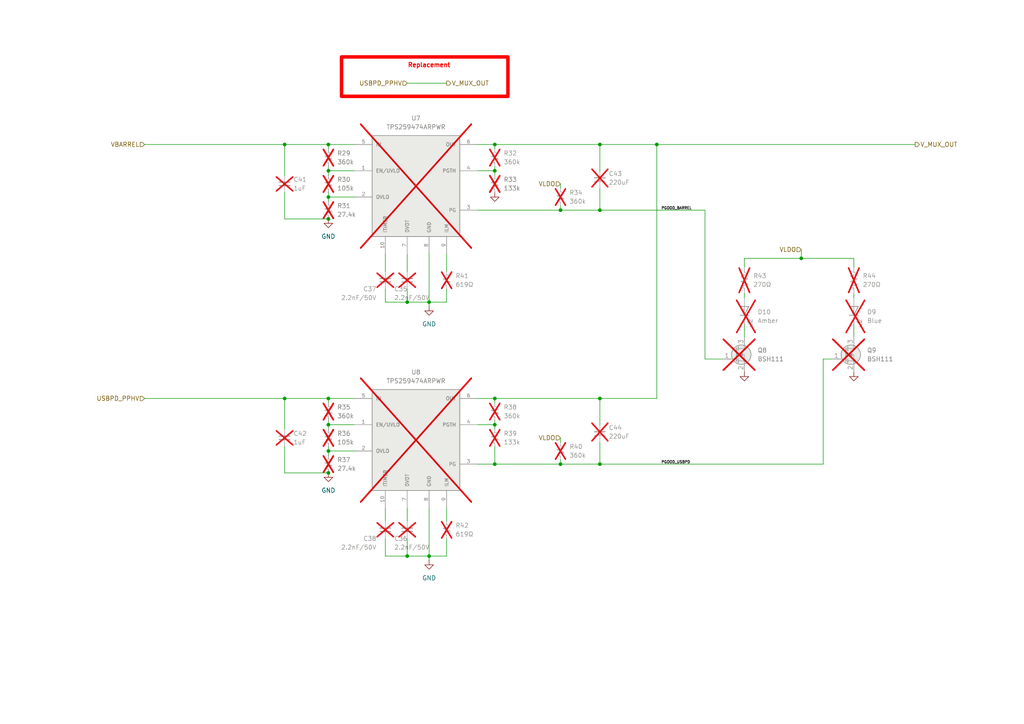
<source format=kicad_sch>
(kicad_sch (version 20231120) (generator "eeschema") (generator_version "8.0")
  (paper "A4")
  (lib_symbols
    (symbol "Device:C_Polarized_Small_US" (pin_numbers hide) (pin_names (offset 0.254) hide)
      (property "Reference" "C" (at 0.254 1.778 0))
      (property "Value" "C_Polarized_Small_US" (at 0.254 -2.032 0))
      (symbol "C_Polarized_Small_US_0_1"
        (polyline (pts (xy -1.524 0.508) (xy 1.524 0.508)) (stroke (width 0.3048)))
        (polyline (pts (xy -1.27 1.524) (xy -0.762 1.524)))
        (polyline (pts (xy -1.016 1.27) (xy -1.016 1.778)))
        (arc (start 1.524 -0.762) (mid 0 -0.3734) (end -1.524 -0.762) (stroke (width 0.3048)))
      )
      (symbol "C_Polarized_Small_US_1_1"
        (pin passive line (at 0 2.54 270) (length 2.032) (name "~") (number "1"))
        (pin passive line (at 0 -2.54 90) (length 2.032) (name "~") (number "2"))
      )
    )
    (symbol "Device:C_Small" (pin_numbers hide) (pin_names (offset 0.254) hide)
      (property "Reference" "C" (at 0.254 1.778 0))
      (property "Value" "C_Small" (at 0.254 -2.032 0))
      (symbol "C_Small_0_1"
        (polyline (pts (xy -1.524 -0.508) (xy 1.524 -0.508)) (stroke (width 0.3302)))
        (polyline (pts (xy -1.524 0.508) (xy 1.524 0.508)) (stroke (width 0.3048)))
      )
      (symbol "C_Small_1_1"
        (pin passive line (at 0 2.54 270) (length 2.032) (name "~") (number "1"))
        (pin passive line (at 0 -2.54 90) (length 2.032) (name "~") (number "2"))
      )
    )
    (symbol "Device:LED" (pin_numbers hide) (pin_names (offset 1.016) hide)
      (property "Reference" "D" (at 0 2.54 0))
      (property "Value" "LED" (at 0 -2.54 0))
      (symbol "LED_0_1"
        (polyline (pts (xy -1.27 -1.27) (xy -1.27 1.27)) (stroke (width 0.254)))
        (polyline (pts (xy -1.27 0) (xy 1.27 0)))
        (polyline (pts (xy 1.27 -1.27) (xy 1.27 1.27) (xy -1.27 0) (xy 1.27 -1.27)) (stroke (width 0.254)))
        (polyline (pts (xy -3.048 -0.762) (xy -4.572 -2.286) (xy -3.81 -2.286) (xy -4.572 -2.286) (xy -4.572 -1.524)))
        (polyline (pts (xy -1.778 -0.762) (xy -3.302 -2.286) (xy -2.54 -2.286) (xy -3.302 -2.286) (xy -3.302 -1.524)))
      )
      (symbol "LED_1_1"
        (pin passive line (at -3.81 0 0) (length 2.54) (name "K") (number "1"))
        (pin passive line (at 3.81 0 180) (length 2.54) (name "A") (number "2"))
      )
    )
    (symbol "Device:R_Small_US" (pin_numbers hide) (pin_names (offset 0.254) hide)
      (property "Reference" "R" (at 0.762 0.508 0))
      (property "Value" "R_Small_US" (at 0.762 -1.016 0))
      (symbol "R_Small_US_1_1"
        (polyline (pts (xy 0 0) (xy 1.016 -0.381) (xy 0 -0.762) (xy -1.016 -1.143) (xy 0 -1.524)))
        (polyline (pts (xy 0 1.524) (xy 1.016 1.143) (xy 0 0.762) (xy -1.016 0.381) (xy 0 0)))
        (pin passive line (at 0 2.54 270) (length 1.016) (name "~") (number "1"))
        (pin passive line (at 0 -2.54 90) (length 1.016) (name "~") (number "2"))
      )
    )
    (symbol "Device:R_US" (pin_numbers hide) (pin_names (offset 0))
      (property "Reference" "R" (at 2.54 0 90))
      (property "Value" "R_US" (at -2.54 0 90))
      (symbol "R_US_0_1"
        (polyline (pts (xy 0 -2.286) (xy 0 -2.54)))
        (polyline (pts (xy 0 2.286) (xy 0 2.54)))
        (polyline (pts (xy 0 -0.762) (xy 1.016 -1.143) (xy 0 -1.524) (xy -1.016 -1.905) (xy 0 -2.286)))
        (polyline (pts (xy 0 0.762) (xy 1.016 0.381) (xy 0 0) (xy -1.016 -0.381) (xy 0 -0.762)))
        (polyline (pts (xy 0 2.286) (xy 1.016 1.905) (xy 0 1.524) (xy -1.016 1.143) (xy 0 0.762)))
      )
      (symbol "R_US_1_1"
        (pin passive line (at 0 3.81 270) (length 1.27) (name "~") (number "1"))
        (pin passive line (at 0 -3.81 90) (length 1.27) (name "~") (number "2"))
      )
    )
    (symbol "PCM_Transistor_MOSFET_AKL:BSH111" (pin_names hide)
      (property "Reference" "Q" (at 5.08 1.27 0))
      (property "Value" "BSH111" (at 5.08 -1.27 0))
      (symbol "BSH111_0_1"
        (polyline (pts (xy 0.254 -1.27) (xy -2.54 -1.27)))
        (polyline (pts (xy 0.254 1.905) (xy 0.254 -1.905)) (stroke (width 0.254)))
        (polyline (pts (xy 0.762 -1.778) (xy 2.54 -1.778)))
        (polyline (pts (xy 0.762 -1.27) (xy 0.762 -2.286)) (stroke (width 0.254)))
        (polyline (pts (xy 0.762 0.508) (xy 0.762 -0.508)) (stroke (width 0.254)))
        (polyline (pts (xy 0.762 2.286) (xy 0.762 1.27)) (stroke (width 0.254)))
        (polyline (pts (xy 2.54 1.778) (xy 0.762 1.778)))
        (polyline (pts (xy 2.54 2.54) (xy 2.54 1.778)))
        (polyline (pts (xy 2.54 -2.54) (xy 2.54 0) (xy 0.762 0)))
        (polyline (pts (xy 1.016 0) (xy 2.032 0.381) (xy 2.032 -0.381) (xy 1.016 0)) (fill (type outline)))
        (circle (center 1.651 0) (radius 2.794) (stroke (width 0.254)) (fill (type background)))
        (circle (center 2.54 -1.778) (radius 0.1778) (fill (type outline)))
      )
      (symbol "BSH111_1_1"
        (pin input line (at -3.81 -1.27 0) (length 2.54) (name "G") (number "1"))
        (pin passive line (at 2.54 -5.08 90) (length 2.54) (name "S") (number "2"))
        (pin passive line (at 2.54 5.08 270) (length 2.54) (name "D") (number "3"))
      )
    )
    (symbol "TPS259474ARPWR:TPS259474ARPWR" (pin_names (offset 1.016))
      (property "Reference" "U" (at -1.016 17.78 0))
      (property "Value" "TPS259474ARPWR" (at -8.128 16.764 0))
      (symbol "TPS259474ARPWR_0_0"
        (rectangle (start -12.7 11.43) (end 12.7 -17.78) (stroke (width 0.254)) (fill (type background)))
        (pin input line (at -17.78 1.27 0) (length 5.08) (name "EN/UVLO") (number "1"))
        (pin output line (at -8.89 -22.86 90) (length 5.08) (name "ITIMER") (number "10"))
        (pin input line (at -17.78 -6.35 0) (length 5.08) (name "OVLO") (number "2"))
        (pin output line (at 17.78 -10.16 180) (length 5.08) (name "PG") (number "3"))
        (pin input line (at 17.78 1.27 180) (length 5.08) (name "PGTH") (number "4"))
        (pin output line (at -2.54 -22.86 90) (length 5.08) (name "DVDT") (number "7"))
        (pin power_in line (at 3.81 -22.86 90) (length 5.08) (name "GND") (number "8"))
        (pin output line (at 8.89 -22.86 90) (length 5.08) (name "ILM") (number "9"))
      )
      (symbol "TPS259474ARPWR_1_0"
        (pin power_in line (at -17.78 8.89 0) (length 5.08) (name "IN") (number "5"))
        (pin power_out line (at 17.78 8.89 180) (length 5.08) (name "OUT") (number "6"))
      )
    )
    (symbol "power:GND" (power) (pin_numbers hide) (pin_names (offset 0) hide)
      (property "Value" "GND" (at 0 -3.81 0))
      (symbol "GND_0_1"
        (polyline (pts (xy 0 0) (xy 0 -1.27) (xy 1.27 -1.27) (xy 0 -2.54) (xy -1.27 -1.27) (xy 0 -1.27)))
      )
      (symbol "GND_1_1"
        (pin power_in line (at 0 0 270) (length 0) (name "~") (number "1"))
      )
    )
  )
  (junction (at 95.25 137.16))
  (junction (at 162.56 134.62))
  (junction (at 95.25 130.81))
  (junction (at 82.55 115.57))
  (junction (at 95.25 57.15))
  (junction (at 95.25 63.5))
  (junction (at 95.25 41.91))
  (junction (at 118.11 87.63))
  (junction (at 143.51 115.57))
  (junction (at 173.99 115.57))
  (junction (at 95.25 49.53))
  (junction (at 118.11 161.29))
  (junction (at 190.5 41.91))
  (junction (at 143.51 49.53))
  (junction (at 124.46 87.63))
  (junction (at 232.41 74.93))
  (junction (at 95.25 115.57))
  (junction (at 162.56 60.96))
  (junction (at 143.51 134.62))
  (junction (at 143.51 41.91))
  (junction (at 173.99 60.96))
  (junction (at 124.46 161.29))
  (junction (at 173.99 41.91))
  (junction (at 95.25 123.19))
  (junction (at 143.51 123.19))
  (junction (at 173.99 134.62))
  (junction (at 82.55 41.91))
  (wire (pts (xy 118.11 87.63) (xy 118.11 83.82)))
  (wire (pts (xy 215.9 74.93) (xy 215.9 77.47)))
  (wire (pts (xy 173.99 41.91) (xy 173.99 49.53)))
  (wire (pts (xy 247.65 86.36) (xy 247.65 85.09)))
  (wire (pts (xy 124.46 147.32) (xy 124.46 161.29)))
  (wire (pts (xy 95.25 130.81) (xy 102.87 130.81)))
  (wire (pts (xy 95.25 115.57) (xy 95.25 116.84)))
  (wire (pts (xy 204.47 104.14) (xy 209.55 104.14)))
  (wire (pts (xy 173.99 115.57) (xy 190.5 115.57)))
  (wire (pts (xy 162.56 127) (xy 162.56 128.27)))
  (wire (pts (xy 111.76 161.29) (xy 118.11 161.29)))
  (wire (pts (xy 124.46 73.66) (xy 124.46 87.63)))
  (wire (pts (xy 82.55 129.54) (xy 82.55 137.16)))
  (wire (pts (xy 215.9 74.93) (xy 232.41 74.93)))
  (wire (pts (xy 173.99 128.27) (xy 173.99 134.62)))
  (wire (pts (xy 232.41 74.93) (xy 247.65 74.93)))
  (wire (pts (xy 82.55 137.16) (xy 95.25 137.16)))
  (wire (pts (xy 118.11 161.29) (xy 124.46 161.29)))
  (wire (pts (xy 173.99 54.61) (xy 173.99 60.96)))
  (wire (pts (xy 129.54 87.63) (xy 129.54 83.82)))
  (wire (pts (xy 138.43 134.62) (xy 143.51 134.62)))
  (wire (pts (xy 138.43 41.91) (xy 143.51 41.91)))
  (wire (pts (xy 95.25 115.57) (xy 102.87 115.57)))
  (wire (pts (xy 95.25 123.19) (xy 102.87 123.19)))
  (wire (pts (xy 124.46 88.9) (xy 124.46 87.63)))
  (wire (pts (xy 95.25 58.42) (xy 95.25 57.15)))
  (wire (pts (xy 215.9 93.98) (xy 215.9 97.79)))
  (wire (pts (xy 143.51 49.53) (xy 138.43 49.53)))
  (wire (pts (xy 95.25 43.18) (xy 95.25 41.91)))
  (wire (pts (xy 111.76 151.13) (xy 111.76 147.32)))
  (wire (pts (xy 129.54 78.74) (xy 129.54 73.66)))
  (wire (pts (xy 190.5 115.57) (xy 190.5 41.91)))
  (wire (pts (xy 241.3 104.14) (xy 238.76 104.14)))
  (wire (pts (xy 143.51 123.19) (xy 143.51 124.46)))
  (wire (pts (xy 143.51 115.57) (xy 173.99 115.57)))
  (wire (pts (xy 138.43 123.19) (xy 143.51 123.19)))
  (wire (pts (xy 95.25 41.91) (xy 102.87 41.91)))
  (wire (pts (xy 138.43 60.96) (xy 162.56 60.96)))
  (wire (pts (xy 232.41 72.39) (xy 232.41 74.93)))
  (wire (pts (xy 82.55 50.8) (xy 82.55 41.91)))
  (wire (pts (xy 124.46 161.29) (xy 129.54 161.29)))
  (wire (pts (xy 118.11 78.74) (xy 118.11 73.66)))
  (wire (pts (xy 162.56 53.34) (xy 162.56 54.61)))
  (wire (pts (xy 95.25 50.8) (xy 95.25 49.53)))
  (wire (pts (xy 82.55 55.88) (xy 82.55 63.5)))
  (wire (pts (xy 215.9 86.36) (xy 215.9 85.09)))
  (wire (pts (xy 95.25 123.19) (xy 95.25 124.46)))
  (wire (pts (xy 143.51 123.19) (xy 143.51 121.92)))
  (wire (pts (xy 129.54 161.29) (xy 129.54 156.21)))
  (wire (pts (xy 173.99 60.96) (xy 204.47 60.96)))
  (wire (pts (xy 82.55 41.91) (xy 95.25 41.91)))
  (wire (pts (xy 138.43 115.57) (xy 143.51 115.57)))
  (wire (pts (xy 143.51 43.18) (xy 143.51 41.91)))
  (wire (pts (xy 111.76 78.74) (xy 111.76 73.66)))
  (wire (pts (xy 173.99 41.91) (xy 190.5 41.91)))
  (wire (pts (xy 95.25 48.26) (xy 95.25 49.53)))
  (wire (pts (xy 143.51 49.53) (xy 143.51 48.26)))
  (wire (pts (xy 129.54 24.13) (xy 118.11 24.13)))
  (wire (pts (xy 118.11 151.13) (xy 118.11 147.32)))
  (wire (pts (xy 143.51 134.62) (xy 162.56 134.62)))
  (wire (pts (xy 143.51 115.57) (xy 143.51 116.84)))
  (wire (pts (xy 124.46 87.63) (xy 129.54 87.63)))
  (wire (pts (xy 82.55 115.57) (xy 82.55 124.46)))
  (wire (pts (xy 143.51 134.62) (xy 143.51 129.54)))
  (wire (pts (xy 124.46 162.56) (xy 124.46 161.29)))
  (wire (pts (xy 173.99 123.19) (xy 173.99 115.57)))
  (wire (pts (xy 173.99 134.62) (xy 238.76 134.62)))
  (wire (pts (xy 162.56 134.62) (xy 162.56 133.35)))
  (wire (pts (xy 204.47 60.96) (xy 204.47 104.14)))
  (wire (pts (xy 111.76 87.63) (xy 118.11 87.63)))
  (wire (pts (xy 95.25 129.54) (xy 95.25 130.81)))
  (wire (pts (xy 247.65 74.93) (xy 247.65 77.47)))
  (wire (pts (xy 95.25 55.88) (xy 95.25 57.15)))
  (wire (pts (xy 118.11 87.63) (xy 124.46 87.63)))
  (wire (pts (xy 118.11 156.21) (xy 118.11 161.29)))
  (wire (pts (xy 143.51 41.91) (xy 173.99 41.91)))
  (wire (pts (xy 82.55 115.57) (xy 95.25 115.57)))
  (wire (pts (xy 162.56 59.69) (xy 162.56 60.96)))
  (wire (pts (xy 162.56 134.62) (xy 173.99 134.62)))
  (wire (pts (xy 111.76 156.21) (xy 111.76 161.29)))
  (wire (pts (xy 95.25 121.92) (xy 95.25 123.19)))
  (wire (pts (xy 95.25 49.53) (xy 102.87 49.53)))
  (wire (pts (xy 95.25 130.81) (xy 95.25 132.08)))
  (wire (pts (xy 238.76 104.14) (xy 238.76 134.62)))
  (wire (pts (xy 111.76 83.82) (xy 111.76 87.63)))
  (wire (pts (xy 95.25 57.15) (xy 102.87 57.15)))
  (wire (pts (xy 143.51 50.8) (xy 143.51 49.53)))
  (wire (pts (xy 82.55 63.5) (xy 95.25 63.5)))
  (wire (pts (xy 41.91 115.57) (xy 82.55 115.57)))
  (wire (pts (xy 247.65 93.98) (xy 247.65 97.79)))
  (wire (pts (xy 129.54 151.13) (xy 129.54 147.32)))
  (wire (pts (xy 162.56 60.96) (xy 173.99 60.96)))
  (wire (pts (xy 265.43 41.91) (xy 190.5 41.91)))
  (wire (pts (xy 41.91 41.91) (xy 82.55 41.91)))
  (rectangle (start 99.06 16.51) (end 147.32 27.94) (stroke (width 1.016) (color 255 0 0 1)))
  (text "Replacement" (at 124.46 19.05 0) (effects (font (size 1.27 1.27) (thickness 0.254) (bold yes))))
  (label "PGOOD_BARREL" (at 191.77 60.96 0) (effects (font (size 0.762 0.762))))
  (label "PGOOD_USBPD" (at 191.77 134.62 0) (effects (font (size 0.762 0.762))))
  (hierarchical_label "V_MUX_OUT" (shape output) (at 129.54 24.13 0))
  (hierarchical_label "VLDO" (shape input) (at 162.56 127 180))
  (hierarchical_label "VLDO" (shape input) (at 232.41 72.39 180))
  (hierarchical_label "V_MUX_OUT" (shape output) (at 265.43 41.91 0))
  (hierarchical_label "VLDO" (shape input) (at 162.56 53.34 180))
  (hierarchical_label "USBPD_PPHV" (shape input) (at 41.91 115.57 180))
  (hierarchical_label "VBARREL" (shape input) (at 41.91 41.91 180))
  (hierarchical_label "USBPD_PPHV" (shape input) (at 118.11 24.13 180))
  (symbol (lib_id "Device:R_Small_US") (at 95.25 45.72 0) (unit 1) (in_bom no) (on_board no) (dnp yes)
    (property "Reference" "R29" (at 97.79 44.4499 0) (effects (justify left)))
    (property "Value" "360k" (at 97.79 46.9899 0) (effects (justify left)))
    (property "Footprint" "PCM_Resistor_SMD_AKL:R_0805_2012Metric_Pad1.15x1.40mm_HandSolder" (effects (hide yes)))
    (property "Datasheet" "https://www.yageo.com/upload/media/product/products/datasheet/rchip/PYu-RC_Group_51_RoHS_L_12.pdf" (effects (hide yes)))
    (property "Description" "Resistor, small US symbol" (effects (hide yes)))
    (property "Digikey" "https://www.digikey.com/en/products/detail/yageo/rc0805fr-07360kl/727887" (effects (hide yes)))
    (property "Mfgr" "YAGEO" (effects (hide yes)))
    (property "MPN" "RC0805FR-07360KL" (effects (hide yes)))
  )
  (symbol (lib_id "Device:R_Small_US") (at 95.25 127 0) (unit 1) (in_bom no) (on_board no) (dnp yes)
    (property "Reference" "R36" (at 97.79 125.7299 0) (effects (justify left)))
    (property "Value" "105k" (at 97.79 128.2699 0) (effects (justify left)))
    (property "Footprint" "PCM_Resistor_SMD_AKL:R_0805_2012Metric_Pad1.15x1.40mm_HandSolder" (effects (hide yes)))
    (property "Datasheet" "https://www.yageo.com/upload/media/product/products/datasheet/rchip/PYu-RC_Group_51_RoHS_L_12.pdf" (effects (hide yes)))
    (property "Description" "Resistor, small US symbol" (effects (hide yes)))
    (property "Digikey" "https://www.digikey.com/en/products/detail/yageo/RC0805FR-07105KL/727548" (effects (hide yes)))
    (property "Mfgr" "YAGEO" (effects (hide yes)))
    (property "MPN" "RC0805FR-07105KL" (effects (hide yes)))
  )
  (symbol (lib_id "Device:R_Small_US") (at 95.25 134.62 0) (unit 1) (in_bom no) (on_board no) (dnp yes)
    (property "Reference" "R37" (at 97.79 133.3499 0) (effects (justify left)))
    (property "Value" "27.4k" (at 97.79 135.8899 0) (effects (justify left)))
    (property "Footprint" "PCM_Resistor_SMD_AKL:R_0805_2012Metric_Pad1.15x1.40mm_HandSolder" (effects (hide yes)))
    (property "Datasheet" "https://www.yageo.com/upload/media/product/products/datasheet/rchip/PYu-RC_Group_51_RoHS_L_12.pdf" (effects (hide yes)))
    (property "Description" "Resistor, small US symbol" (effects (hide yes)))
    (property "Digikey" "https://www.digikey.com/en/products/detail/yageo/rc0805fr-0727k4l/727782" (effects (hide yes)))
    (property "Mfgr" "YAGEO" (effects (hide yes)))
    (property "MPN" "RC0805FR-0727K4L" (effects (hide yes)))
  )
  (symbol (lib_id "power:GND") (at 143.51 55.88 0) (unit 1)
    (property "Reference" "#PWR046" (effects (hide yes)))
    (property "Value" "GND" (effects (hide yes)))
    (property "Description" "Power symbol creates a global label with name \"GND\" , ground" (effects (hide yes)))
  )
  (symbol (lib_id "Device:LED") (at 215.9 90.17 90) (unit 1) (in_bom no) (on_board no) (dnp yes)
    (property "Reference" "D10" (at 219.71 90.4874 90) (effects (justify right)))
    (property "Value" "Amber" (at 219.71 93.0274 90) (effects (justify right)))
    (property "Footprint" "LED_SMD:LED_0805_2012Metric_Pad1.15x1.40mm_HandSolder" (effects (hide yes)))
    (property "Datasheet" "https://www.we-online.com/components/products/datasheet/150080AS75000.pdf" (effects (hide yes)))
    (property "Description" "Light emitting diode" (effects (hide yes)))
    (property "Digikey" "https://www.digikey.com/en/products/detail/w%C3%BCrth-elektronik/150080AS75000/11479384" (effects (hide yes)))
    (property "Mfgr" "Wurth" (effects (hide yes)))
    (property "MPN" "150080AS75000" (effects (hide yes)))
  )
  (symbol (lib_id "PCM_Transistor_MOSFET_AKL:BSH111") (at 245.11 102.87 0) (unit 1) (in_bom no) (on_board no) (dnp yes)
    (property "Reference" "Q9" (at 251.46 101.5999 0) (effects (justify left)))
    (property "Value" "BSH111" (at 251.46 104.1399 0) (effects (justify left)))
    (property "Footprint" "PCM_Package_TO_SOT_SMD_AKL:SOT-23" (effects (hide yes)))
    (property "Datasheet" "https://assets.nexperia.com/documents/data-sheet/BSH111BK.pdf" (effects (hide yes)))
    (property "Description" "SOT-23 N-MOSFET enchancement mode transistor, 55V, 210mA, 302mW, Alternate KiCAD Library" (effects (hide yes)))
    (property "MPN" "BSH111BKR" (effects (hide yes)))
    (property "Mfgr" "Nexperia" (effects (hide yes)))
    (property "Digikey" "https://www.digikey.com/en/products/detail/nexperia-usa-inc/BSH111BKR/5423826" (effects (hide yes)))
  )
  (symbol (lib_id "Device:R_Small_US") (at 95.25 60.96 0) (unit 1) (in_bom no) (on_board no) (dnp yes)
    (property "Reference" "R31" (at 97.79 59.6899 0) (effects (justify left)))
    (property "Value" "27.4k" (at 97.79 62.2299 0) (effects (justify left)))
    (property "Footprint" "PCM_Resistor_SMD_AKL:R_0805_2012Metric_Pad1.15x1.40mm_HandSolder" (effects (hide yes)))
    (property "Datasheet" "https://www.yageo.com/upload/media/product/products/datasheet/rchip/PYu-RC_Group_51_RoHS_L_12.pdf" (effects (hide yes)))
    (property "Description" "Resistor, small US symbol" (effects (hide yes)))
    (property "Digikey" "https://www.digikey.com/en/products/detail/yageo/rc0805fr-0727k4l/727782" (effects (hide yes)))
    (property "Mfgr" "YAGEO" (effects (hide yes)))
    (property "MPN" "RC0805FR-0727K4L" (effects (hide yes)))
  )
  (symbol (lib_id "power:GND") (at 124.46 162.56 0) (unit 1)
    (property "Reference" "#PWR048" (effects (hide yes)))
    (property "Value" "GND" (at 124.46 167.64 0))
    (property "Description" "Power symbol creates a global label with name \"GND\" , ground" (effects (hide yes)))
  )
  (symbol (lib_id "Device:C_Polarized_Small_US") (at 173.99 125.73 0) (unit 1) (in_bom no) (on_board no) (dnp yes)
    (property "Reference" "C44" (at 176.53 124.0281 0) (effects (justify left)))
    (property "Value" "220uF" (at 176.53 126.5681 0) (effects (justify left)))
    (property "Footprint" "Capacitor_SMD:CP_Elec_10x10" (effects (hide yes)))
    (property "Datasheet" "https://www.we-online.com/components/products/datasheet/865080657018.pdf" (effects (hide yes)))
    (property "Description" "Polarized capacitor, small US symbol" (effects (hide yes)))
    (property "Digikey" "https://www.digikey.com/en/products/detail/w%C3%BCrth-elektronik/865080657018/5728058" (effects (hide yes)))
    (property "Mfgr" "Wurth" (effects (hide yes)))
    (property "MPN" "865080657018" (effects (hide yes)))
  )
  (symbol (lib_id "Device:R_Small_US") (at 129.54 81.28 0) (unit 1) (in_bom no) (on_board no) (dnp yes)
    (property "Reference" "R41" (at 132.08 80.0099 0) (effects (justify left)))
    (property "Value" "619Ω" (at 132.08 82.5499 0) (effects (justify left)))
    (property "Footprint" "PCM_Resistor_SMD_AKL:R_0805_2012Metric_Pad1.15x1.40mm_HandSolder" (effects (hide yes)))
    (property "Datasheet" "https://www.yageo.com/upload/media/product/products/datasheet/rchip/PYu-RC_Group_51_RoHS_L_12.pdf" (effects (hide yes)))
    (property "Description" "Resistor, small US symbol" (effects (hide yes)))
    (property "Digikey" "https://www.digikey.com/en/products/detail/yageo/rc0805fr-07619rl/728079" (effects (hide yes)))
    (property "Mfgr" "YAGEO" (effects (hide yes)))
    (property "MPN" "RC0805FR-07619RL" (effects (hide yes)))
  )
  (symbol (lib_id "Device:R_US") (at 215.9 81.28 180) (unit 1) (in_bom no) (on_board no) (dnp yes)
    (property "Reference" "R43" (at 218.44 80.0099 0) (effects (justify right)))
    (property "Value" "270Ω" (at 218.44 82.5499 0) (effects (justify right)))
    (property "Footprint" "PCM_Resistor_SMD_AKL:R_0805_2012Metric_Pad1.15x1.40mm_HandSolder" (effects (hide yes)))
    (property "Datasheet" "https://www.yageo.com/upload/media/product/products/datasheet/rchip/PYu-RC_Group_51_RoHS_L_12.pdf" (effects (hide yes)))
    (property "Description" "Resistor, US symbol" (effects (hide yes)))
    (property "Digikey" "https://www.digikey.com/en/products/detail/yageo/rc0805fr-07270rl/727783" (effects (hide yes)))
    (property "Mfgr" "YAGEO" (effects (hide yes)))
    (property "MPN" "RC0805FR-07270RL" (effects (hide yes)))
  )
  (symbol (lib_id "Device:C_Small") (at 82.55 53.34 0) (unit 1) (in_bom no) (on_board no) (dnp yes)
    (property "Reference" "C41" (at 85.09 52.0762 0) (effects (justify left)))
    (property "Value" "1uF" (at 85.09 54.6162 0) (effects (justify left)))
    (property "Footprint" "Capacitor_SMD:C_0603_1608Metric_Pad1.08x0.95mm_HandSolder" (effects (hide yes)))
    (property "Datasheet" "https://product.tdk.com/system/files/dam/doc/product/capacitor/ceramic/mlcc/catalog/mlcc_commercial_general_en.pdf" (effects (hide yes)))
    (property "Description" "Unpolarized capacitor, small symbol" (effects (hide yes)))
    (property "Digikey" "https://www.digikey.com/en/products/detail/tdk-corporation/C1608X5R1H105K080AB/2732903" (effects (hide yes)))
    (property "Mfgr" "TDK" (effects (hide yes)))
    (property "MPN" "C1608X5R1H105K080AB" (effects (hide yes)))
  )
  (symbol (lib_id "Device:R_Small_US") (at 143.51 119.38 0) (unit 1) (in_bom no) (on_board no) (dnp yes)
    (property "Reference" "R38" (at 146.05 118.1099 0) (effects (justify left)))
    (property "Value" "360k" (at 146.05 120.6499 0) (effects (justify left)))
    (property "Footprint" "PCM_Resistor_SMD_AKL:R_0805_2012Metric_Pad1.15x1.40mm_HandSolder" (effects (hide yes)))
    (property "Datasheet" "https://www.yageo.com/upload/media/product/products/datasheet/rchip/PYu-RC_Group_51_RoHS_L_12.pdf" (effects (hide yes)))
    (property "Description" "Resistor, small US symbol" (effects (hide yes)))
    (property "Digikey" "https://www.digikey.com/en/products/detail/yageo/rc0805fr-07360kl/727887" (effects (hide yes)))
    (property "Mfgr" "YAGEO" (effects (hide yes)))
    (property "MPN" "RC0805FR-07360KL" (effects (hide yes)))
  )
  (symbol (lib_id "Device:R_Small_US") (at 95.25 53.34 0) (unit 1) (in_bom no) (on_board no) (dnp yes)
    (property "Reference" "R30" (at 97.79 52.0699 0) (effects (justify left)))
    (property "Value" "105k" (at 97.79 54.6099 0) (effects (justify left)))
    (property "Footprint" "PCM_Resistor_SMD_AKL:R_0805_2012Metric_Pad1.15x1.40mm_HandSolder" (effects (hide yes)))
    (property "Datasheet" "https://www.yageo.com/upload/media/product/products/datasheet/rchip/PYu-RC_Group_51_RoHS_L_12.pdf" (effects (hide yes)))
    (property "Description" "Resistor, small US symbol" (effects (hide yes)))
    (property "Digikey" "https://www.digikey.com/en/products/detail/yageo/RC0805FR-07105KL/727548" (effects (hide yes)))
    (property "Mfgr" "YAGEO" (effects (hide yes)))
    (property "MPN" "RC0805FR-07105KL" (effects (hide yes)))
  )
  (symbol (lib_id "Device:R_US") (at 247.65 81.28 180) (unit 1) (in_bom no) (on_board no) (dnp yes)
    (property "Reference" "R44" (at 250.19 80.0099 0) (effects (justify right)))
    (property "Value" "270Ω" (at 250.19 82.5499 0) (effects (justify right)))
    (property "Footprint" "PCM_Resistor_SMD_AKL:R_0805_2012Metric_Pad1.15x1.40mm_HandSolder" (effects (hide yes)))
    (property "Datasheet" "https://www.yageo.com/upload/media/product/products/datasheet/rchip/PYu-RC_Group_51_RoHS_L_12.pdf" (effects (hide yes)))
    (property "Description" "Resistor, US symbol" (effects (hide yes)))
    (property "Digikey" "https://www.digikey.com/en/products/detail/yageo/rc0805fr-07270rl/727783" (effects (hide yes)))
    (property "Mfgr" "YAGEO" (effects (hide yes)))
    (property "MPN" "RC0805FR-07270RL" (effects (hide yes)))
  )
  (symbol (lib_id "PCM_Transistor_MOSFET_AKL:BSH111") (at 213.36 102.87 0) (unit 1) (in_bom no) (on_board no) (dnp yes)
    (property "Reference" "Q8" (at 219.71 101.5999 0) (effects (justify left)))
    (property "Value" "BSH111" (at 219.71 104.1399 0) (effects (justify left)))
    (property "Footprint" "PCM_Package_TO_SOT_SMD_AKL:SOT-23" (effects (hide yes)))
    (property "Datasheet" "https://assets.nexperia.com/documents/data-sheet/BSH111BK.pdf" (effects (hide yes)))
    (property "Description" "SOT-23 N-MOSFET enchancement mode transistor, 55V, 210mA, 302mW, Alternate KiCAD Library" (effects (hide yes)))
    (property "MPN" "BSH111BKR" (effects (hide yes)))
    (property "Mfgr" "Nexperia" (effects (hide yes)))
    (property "Digikey" "https://www.digikey.com/en/products/detail/nexperia-usa-inc/BSH111BKR/5423826" (effects (hide yes)))
  )
  (symbol (lib_id "Device:C_Polarized_Small_US") (at 173.99 52.07 0) (unit 1) (in_bom no) (on_board no) (dnp yes)
    (property "Reference" "C43" (at 176.53 50.3681 0) (effects (justify left)))
    (property "Value" "220uF" (at 176.53 52.9081 0) (effects (justify left)))
    (property "Footprint" "Capacitor_SMD:CP_Elec_10x10" (effects (hide yes)))
    (property "Datasheet" "https://www.we-online.com/components/products/datasheet/865080657018.pdf" (effects (hide yes)))
    (property "Description" "Polarized capacitor, small US symbol" (effects (hide yes)))
    (property "Digikey" "https://www.digikey.com/en/products/detail/w%C3%BCrth-elektronik/865080657018/5728058" (effects (hide yes)))
    (property "Mfgr" "Wurth" (effects (hide yes)))
    (property "MPN" "865080657018" (effects (hide yes)))
  )
  (symbol (lib_id "power:GND") (at 247.65 107.95 0) (unit 1)
    (property "Reference" "#PWR050" (effects (hide yes)))
    (property "Value" "GND" (effects (hide yes)))
    (property "Description" "Power symbol creates a global label with name \"GND\" , ground" (effects (hide yes)))
  )
  (symbol (lib_id "power:GND") (at 124.46 88.9 0) (unit 1)
    (property "Reference" "#PWR045" (effects (hide yes)))
    (property "Value" "GND" (at 124.46 93.98 0))
    (property "Description" "Power symbol creates a global label with name \"GND\" , ground" (effects (hide yes)))
  )
  (symbol (lib_id "Device:R_Small_US") (at 162.56 57.15 0) (unit 1) (in_bom no) (on_board no) (dnp yes)
    (property "Reference" "R34" (at 165.1 55.8799 0) (effects (justify left)))
    (property "Value" "360k" (at 165.1 58.4199 0) (effects (justify left)))
    (property "Footprint" "PCM_Resistor_SMD_AKL:R_0805_2012Metric_Pad1.15x1.40mm_HandSolder" (effects (hide yes)))
    (property "Datasheet" "https://www.yageo.com/upload/media/product/products/datasheet/rchip/PYu-RC_Group_51_RoHS_L_12.pdf" (effects (hide yes)))
    (property "Description" "Resistor, small US symbol" (effects (hide yes)))
    (property "Digikey" "https://www.digikey.com/en/products/detail/yageo/rc0805fr-07360kl/727887" (effects (hide yes)))
    (property "Mfgr" "YAGEO" (effects (hide yes)))
    (property "MPN" "RC0805FR-07360KL" (effects (hide yes)))
  )
  (symbol (lib_id "Device:R_Small_US") (at 95.25 119.38 0) (unit 1) (in_bom no) (on_board no) (dnp yes)
    (property "Reference" "R35" (at 97.79 118.1099 0) (effects (justify left)))
    (property "Value" "360k" (at 97.79 120.6499 0) (effects (justify left)))
    (property "Footprint" "PCM_Resistor_SMD_AKL:R_0805_2012Metric_Pad1.15x1.40mm_HandSolder" (effects (hide yes)))
    (property "Datasheet" "https://www.yageo.com/upload/media/product/products/datasheet/rchip/PYu-RC_Group_51_RoHS_L_12.pdf" (effects (hide yes)))
    (property "Description" "Resistor, small US symbol" (effects (hide yes)))
    (property "Digikey" "https://www.digikey.com/en/products/detail/yageo/rc0805fr-07360kl/727887" (effects (hide yes)))
    (property "Mfgr" "YAGEO" (effects (hide yes)))
    (property "MPN" "RC0805FR-07360KL" (effects (hide yes)))
  )
  (symbol (lib_id "Device:C_Small") (at 111.76 153.67 0) (mirror x) (unit 1) (in_bom no) (on_board no) (dnp yes)
    (property "Reference" "C38" (at 109.22 156.21 0) (effects (justify right)))
    (property "Value" "2.2nF/50V" (at 109.22 158.75 0) (effects (justify right)))
    (property "Footprint" "Capacitor_SMD:C_0603_1608Metric_Pad1.08x0.95mm_HandSolder" (effects (hide yes)))
    (property "Datasheet" "https://www.yageo.com/upload/media/product/productsearch/datasheet/mlcc/UPY-GPHC_X7R_6.3V-to-250V_24.pdf" (effects (hide yes)))
    (property "Description" "Unpolarized capacitor, small symbol" (effects (hide yes)))
    (property "Digikey" "https://www.digikey.com/en/products/detail/yageo/CC0603KRX7R9BB222/302815" (effects (hide yes)))
    (property "Mfgr" "YAGEO" (effects (hide yes)))
    (property "MPN" "CC0603KRX7R9BB222" (effects (hide yes)))
  )
  (symbol (lib_id "Device:C_Small") (at 111.76 81.28 0) (mirror x) (unit 1) (in_bom no) (on_board no) (dnp yes)
    (property "Reference" "C37" (at 109.22 83.82 0) (effects (justify right)))
    (property "Value" "2.2nF/50V" (at 109.22 86.36 0) (effects (justify right)))
    (property "Footprint" "Capacitor_SMD:C_0603_1608Metric_Pad1.08x0.95mm_HandSolder" (effects (hide yes)))
    (property "Datasheet" "https://www.yageo.com/upload/media/product/productsearch/datasheet/mlcc/UPY-GPHC_X7R_6.3V-to-250V_24.pdf" (effects (hide yes)))
    (property "Description" "Unpolarized capacitor, small symbol" (effects (hide yes)))
    (property "Digikey" "https://www.digikey.com/en/products/detail/yageo/CC0603KRX7R9BB222/302815" (effects (hide yes)))
    (property "Mfgr" "YAGEO" (effects (hide yes)))
    (property "MPN" "CC0603KRX7R9BB222" (effects (hide yes)))
  )
  (symbol (lib_id "Device:R_Small_US") (at 162.56 130.81 0) (unit 1) (in_bom no) (on_board no) (dnp yes)
    (property "Reference" "R40" (at 165.1 129.5399 0) (effects (justify left)))
    (property "Value" "360k" (at 165.1 132.0799 0) (effects (justify left)))
    (property "Footprint" "PCM_Resistor_SMD_AKL:R_0805_2012Metric_Pad1.15x1.40mm_HandSolder" (effects (hide yes)))
    (property "Datasheet" "https://www.yageo.com/upload/media/product/products/datasheet/rchip/PYu-RC_Group_51_RoHS_L_12.pdf" (effects (hide yes)))
    (property "Description" "Resistor, small US symbol" (effects (hide yes)))
    (property "Digikey" "https://www.digikey.com/en/products/detail/yageo/rc0805fr-07360kl/727887" (effects (hide yes)))
    (property "Mfgr" "YAGEO" (effects (hide yes)))
    (property "MPN" "RC0805FR-07360KL" (effects (hide yes)))
  )
  (symbol (lib_id "Device:R_Small_US") (at 143.51 127 0) (unit 1) (in_bom no) (on_board no) (dnp yes)
    (property "Reference" "R39" (at 146.05 125.7299 0) (effects (justify left)))
    (property "Value" "133k" (at 146.05 128.2699 0) (effects (justify left)))
    (property "Footprint" "PCM_Resistor_SMD_AKL:R_0805_2012Metric_Pad1.15x1.40mm_HandSolder" (effects (hide yes)))
    (property "Datasheet" "https://www.yageo.com/upload/media/product/products/datasheet/rchip/PYu-RC_Group_51_RoHS_L_12.pdf" (effects (hide yes)))
    (property "Description" "Resistor, small US symbol" (effects (hide yes)))
    (property "Digikey" "https://www.digikey.com/en/products/detail/yageo/RC0805FR-07133KL/727592" (effects (hide yes)))
    (property "Mfgr" "YAGEO" (effects (hide yes)))
    (property "MPN" "RC0805FR-07133KL" (effects (hide yes)))
  )
  (symbol (lib_id "Device:C_Small") (at 118.11 81.28 180) (unit 1) (in_bom no) (on_board no) (dnp yes)
    (property "Reference" "C35" (at 114.3 83.82 0) (effects (justify right)))
    (property "Value" "2.2nF/50V" (at 114.3 86.36 0) (effects (justify right)))
    (property "Footprint" "Capacitor_SMD:C_0603_1608Metric_Pad1.08x0.95mm_HandSolder" (effects (hide yes)))
    (property "Datasheet" "https://www.yageo.com/upload/media/product/productsearch/datasheet/mlcc/UPY-GPHC_X7R_6.3V-to-250V_24.pdf" (effects (hide yes)))
    (property "Description" "Unpolarized capacitor, small symbol" (effects (hide yes)))
    (property "Digikey" "https://www.digikey.com/en/products/detail/yageo/CC0603KRX7R9BB222/302815" (effects (hide yes)))
    (property "Mfgr" "YAGEO" (effects (hide yes)))
    (property "MPN" "CC0603KRX7R9BB222" (effects (hide yes)))
  )
  (symbol (lib_id "Device:C_Small") (at 82.55 127 0) (unit 1) (in_bom no) (on_board no) (dnp yes)
    (property "Reference" "C42" (at 85.09 125.7362 0) (effects (justify left)))
    (property "Value" "1uF" (at 85.09 128.2762 0) (effects (justify left)))
    (property "Footprint" "Capacitor_SMD:C_0603_1608Metric_Pad1.08x0.95mm_HandSolder" (effects (hide yes)))
    (property "Datasheet" "https://product.tdk.com/system/files/dam/doc/product/capacitor/ceramic/mlcc/catalog/mlcc_commercial_general_en.pdf" (effects (hide yes)))
    (property "Description" "Unpolarized capacitor, small symbol" (effects (hide yes)))
    (property "Digikey" "https://www.digikey.com/en/products/detail/tdk-corporation/C1608X5R1H105K080AB/2732903" (effects (hide yes)))
    (property "Mfgr" "TDK" (effects (hide yes)))
    (property "MPN" "C1608X5R1H105K080AB" (effects (hide yes)))
  )
  (symbol (lib_id "Device:R_Small_US") (at 129.54 153.67 0) (unit 1) (in_bom no) (on_board no) (dnp yes)
    (property "Reference" "R42" (at 132.08 152.3999 0) (effects (justify left)))
    (property "Value" "619Ω" (at 132.08 154.9399 0) (effects (justify left)))
    (property "Footprint" "PCM_Resistor_SMD_AKL:R_0805_2012Metric_Pad1.15x1.40mm_HandSolder" (effects (hide yes)))
    (property "Datasheet" "https://www.yageo.com/upload/media/product/products/datasheet/rchip/PYu-RC_Group_51_RoHS_L_12.pdf" (effects (hide yes)))
    (property "Description" "Resistor, small US symbol" (effects (hide yes)))
    (property "Digikey" "https://www.digikey.com/en/products/detail/yageo/rc0805fr-07619rl/728079" (effects (hide yes)))
    (property "Mfgr" "YAGEO" (effects (hide yes)))
    (property "MPN" "RC0805FR-07619RL" (effects (hide yes)))
  )
  (symbol (lib_id "Device:R_Small_US") (at 143.51 53.34 0) (unit 1) (in_bom no) (on_board no) (dnp yes)
    (property "Reference" "R33" (at 146.05 52.0699 0) (effects (justify left)))
    (property "Value" "133k" (at 146.05 54.6099 0) (effects (justify left)))
    (property "Footprint" "PCM_Resistor_SMD_AKL:R_0805_2012Metric_Pad1.15x1.40mm_HandSolder" (effects (hide yes)))
    (property "Datasheet" "https://www.yageo.com/upload/media/product/products/datasheet/rchip/PYu-RC_Group_51_RoHS_L_12.pdf" (effects (hide yes)))
    (property "Description" "Resistor, small US symbol" (effects (hide yes)))
    (property "Digikey" "https://www.digikey.com/en/products/detail/yageo/RC0805FR-07133KL/727592" (effects (hide yes)))
    (property "Mfgr" "YAGEO" (effects (hide yes)))
    (property "MPN" "RC0805FR-07133KL" (effects (hide yes)))
  )
  (symbol (lib_id "Device:LED") (at 247.65 90.17 90) (unit 1) (in_bom no) (on_board no) (dnp yes)
    (property "Reference" "D9" (at 251.46 90.4874 90) (effects (justify right)))
    (property "Value" "Blue" (at 251.46 93.0274 90) (effects (justify right)))
    (property "Footprint" "LED_SMD:LED_0805_2012Metric_Pad1.15x1.40mm_HandSolder" (effects (hide yes)))
    (property "Datasheet" "https://www.we-online.com/components/products/datasheet/150080BS75000.pdf" (effects (hide yes)))
    (property "Description" "Light emitting diode" (effects (hide yes)))
    (property "Digikey" "https://www.digikey.com/en/products/detail/w%C3%BCrth-elektronik/150080BS75000/4489912" (effects (hide yes)))
    (property "Mfgr" "Wurth" (effects (hide yes)))
    (property "MPN" "150080BS75000" (effects (hide yes)))
  )
  (symbol (lib_id "Device:C_Small") (at 118.11 153.67 180) (unit 1) (in_bom no) (on_board no) (dnp yes)
    (property "Reference" "C36" (at 114.3 156.21 0) (effects (justify right)))
    (property "Value" "2.2nF/50V" (at 114.3 158.75 0) (effects (justify right)))
    (property "Footprint" "Capacitor_SMD:C_0603_1608Metric_Pad1.08x0.95mm_HandSolder" (effects (hide yes)))
    (property "Datasheet" "https://www.yageo.com/upload/media/product/productsearch/datasheet/mlcc/UPY-GPHC_X7R_6.3V-to-250V_24.pdf" (effects (hide yes)))
    (property "Description" "Unpolarized capacitor, small symbol" (effects (hide yes)))
    (property "Digikey" "https://www.digikey.com/en/products/detail/yageo/CC0603KRX7R9BB222/302815" (effects (hide yes)))
    (property "Mfgr" "YAGEO" (effects (hide yes)))
    (property "MPN" "CC0603KRX7R9BB222" (effects (hide yes)))
  )
  (symbol (lib_id "power:GND") (at 215.9 107.95 0) (unit 1)
    (property "Reference" "#PWR049" (effects (hide yes)))
    (property "Value" "GND" (effects (hide yes)))
    (property "Description" "Power symbol creates a global label with name \"GND\" , ground" (effects (hide yes)))
  )
  (symbol (lib_id "TPS259474ARPWR:TPS259474ARPWR") (at 120.65 50.8 0) (unit 1) (in_bom no) (on_board no) (dnp yes)
    (property "Reference" "U7" (at 120.65 34.29 0))
    (property "Value" "TPS259474ARPWR" (at 120.65 36.83 0))
    (property "Footprint" "TPS259474ARPWR:IC_TPS259474ARPWR" (effects (hide yes)))
    (property "Datasheet" "https://www.ti.com/general/docs/suppproductinfo.tsp?distId=10&gotoUrl=http%3A%2F%2Fwww.ti.com%2Flit%2Fgpn%2Ftps25947" (effects (hide yes)))
    (property "Description" "eFuse, 5.5A, 2.7-23V" (effects (hide yes)))
    (property "PARTREV" "A" (effects (hide yes)))
    (property "MANUFACTURER" "Texas Instruments" (effects (hide yes)))
    (property "MAXIMUM_PACKAGE_HEIGHT" "1.0 mm" (effects (hide yes)))
    (property "STANDARD" "Manufacturer Recommendations" (effects (hide yes)))
    (property "Digikey" "https://www.digikey.com/en/products/detail/texas-instruments/TPS259474ARPWR/14124024" (effects (hide yes)))
    (property "Mfgr" "TI" (effects (hide yes)))
    (property "MPN" "TPS259474ARPWR" (effects (hide yes)))
  )
  (symbol (lib_id "power:GND") (at 95.25 63.5 0) (unit 1)
    (property "Reference" "#PWR044" (effects (hide yes)))
    (property "Value" "GND" (at 95.25 68.58 0))
    (property "Description" "Power symbol creates a global label with name \"GND\" , ground" (effects (hide yes)))
  )
  (symbol (lib_id "TPS259474ARPWR:TPS259474ARPWR") (at 120.65 124.46 0) (unit 1) (in_bom no) (on_board no) (dnp yes)
    (property "Reference" "U8" (at 120.65 107.95 0))
    (property "Value" "TPS259474ARPWR" (at 120.65 110.49 0))
    (property "Footprint" "TPS259474ARPWR:IC_TPS259474ARPWR" (effects (hide yes)))
    (property "Datasheet" "https://www.ti.com/general/docs/suppproductinfo.tsp?distId=10&gotoUrl=http%3A%2F%2Fwww.ti.com%2Flit%2Fgpn%2Ftps25947" (effects (hide yes)))
    (property "Description" "eFuse, 5.5A, 2.7-23V" (effects (hide yes)))
    (property "PARTREV" "A" (effects (hide yes)))
    (property "MANUFACTURER" "Texas Instruments" (effects (hide yes)))
    (property "MAXIMUM_PACKAGE_HEIGHT" "1.0 mm" (effects (hide yes)))
    (property "STANDARD" "Manufacturer Recommendations" (effects (hide yes)))
    (property "Digikey" "https://www.digikey.com/en/products/detail/texas-instruments/TPS259474ARPWR/14124024" (effects (hide yes)))
    (property "Mfgr" "TI" (effects (hide yes)))
    (property "MPN" "TPS259474ARPWR" (effects (hide yes)))
  )
  (symbol (lib_id "Device:R_Small_US") (at 143.51 45.72 0) (unit 1) (in_bom no) (on_board no) (dnp yes)
    (property "Reference" "R32" (at 146.05 44.4499 0) (effects (justify left)))
    (property "Value" "360k" (at 146.05 46.9899 0) (effects (justify left)))
    (property "Footprint" "PCM_Resistor_SMD_AKL:R_0805_2012Metric_Pad1.15x1.40mm_HandSolder" (effects (hide yes)))
    (property "Datasheet" "https://www.yageo.com/upload/media/product/products/datasheet/rchip/PYu-RC_Group_51_RoHS_L_12.pdf" (effects (hide yes)))
    (property "Description" "Resistor, small US symbol" (effects (hide yes)))
    (property "Digikey" "https://www.digikey.com/en/products/detail/yageo/rc0805fr-07360kl/727887" (effects (hide yes)))
    (property "Mfgr" "YAGEO" (effects (hide yes)))
    (property "MPN" "RC0805FR-07360KL" (effects (hide yes)))
  )
  (symbol (lib_id "power:GND") (at 95.25 137.16 0) (unit 1)
    (property "Reference" "#PWR047" (effects (hide yes)))
    (property "Value" "GND" (at 95.25 142.24 0))
    (property "Description" "Power symbol creates a global label with name \"GND\" , ground" (effects (hide yes)))
  )
)
</source>
